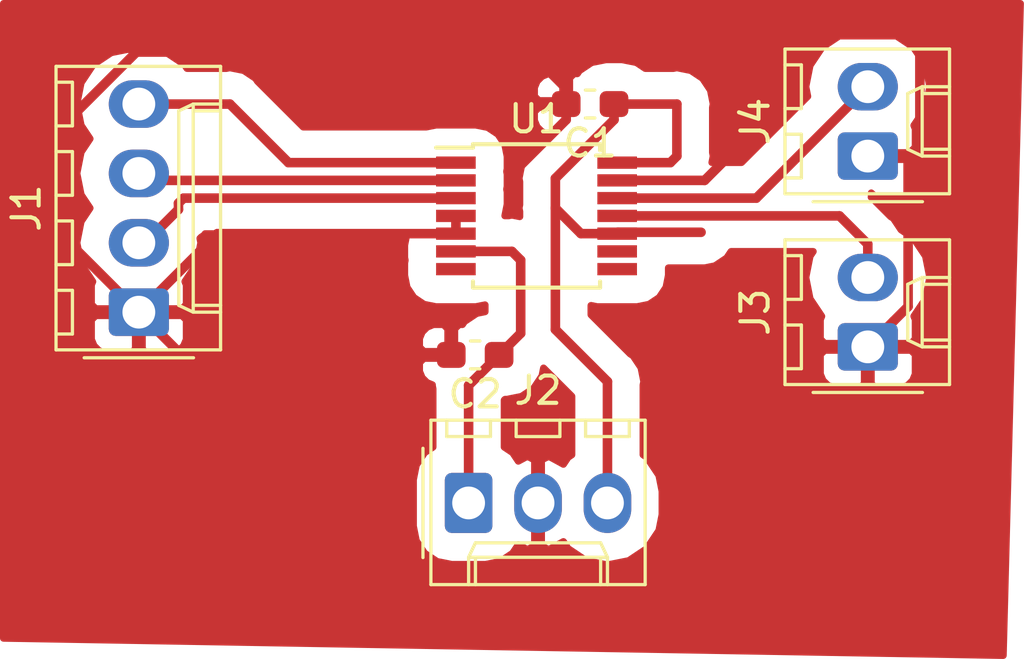
<source format=kicad_pcb>
(kicad_pcb (version 20171130) (host pcbnew "(5.0.1-3-g963ef8bb5)")

  (general
    (thickness 1.6)
    (drawings 0)
    (tracks 68)
    (zones 0)
    (modules 7)
    (nets 9)
  )

  (page A4)
  (layers
    (0 F.Cu signal)
    (31 B.Cu signal)
    (32 B.Adhes user)
    (33 F.Adhes user)
    (34 B.Paste user)
    (35 F.Paste user)
    (36 B.SilkS user)
    (37 F.SilkS user)
    (38 B.Mask user)
    (39 F.Mask user)
    (40 Dwgs.User user)
    (41 Cmts.User user)
    (42 Eco1.User user)
    (43 Eco2.User user)
    (44 Edge.Cuts user)
    (45 Margin user)
    (46 B.CrtYd user)
    (47 F.CrtYd user)
    (48 B.Fab user)
    (49 F.Fab user)
  )

  (setup
    (last_trace_width 0.35)
    (trace_clearance 0.2)
    (zone_clearance 1)
    (zone_45_only no)
    (trace_min 0.2)
    (segment_width 0.2)
    (edge_width 0.15)
    (via_size 0.8)
    (via_drill 0.4)
    (via_min_size 0.4)
    (via_min_drill 0.3)
    (uvia_size 0.3)
    (uvia_drill 0.1)
    (uvias_allowed no)
    (uvia_min_size 0.2)
    (uvia_min_drill 0.1)
    (pcb_text_width 0.3)
    (pcb_text_size 1.5 1.5)
    (mod_edge_width 0.15)
    (mod_text_size 1 1)
    (mod_text_width 0.15)
    (pad_size 1.524 1.524)
    (pad_drill 0.762)
    (pad_to_mask_clearance 0.051)
    (solder_mask_min_width 0.25)
    (aux_axis_origin 0 0)
    (visible_elements FFFFFF7F)
    (pcbplotparams
      (layerselection 0x010fc_ffffffff)
      (usegerberextensions false)
      (usegerberattributes false)
      (usegerberadvancedattributes false)
      (creategerberjobfile false)
      (excludeedgelayer true)
      (linewidth 0.100000)
      (plotframeref false)
      (viasonmask false)
      (mode 1)
      (useauxorigin false)
      (hpglpennumber 1)
      (hpglpenspeed 20)
      (hpglpendiameter 15.000000)
      (psnegative false)
      (psa4output false)
      (plotreference true)
      (plotvalue true)
      (plotinvisibletext false)
      (padsonsilk false)
      (subtractmaskfromsilk false)
      (outputformat 4)
      (mirror false)
      (drillshape 1)
      (scaleselection 1)
      (outputdirectory ""))
  )

  (net 0 "")
  (net 1 +5V)
  (net 2 GND)
  (net 3 -5V)
  (net 4 /CS)
  (net 5 /MOSI)
  (net 6 /SCK)
  (net 7 "Net-(J3-Pad2)")
  (net 8 "Net-(J4-Pad2)")

  (net_class Default "This is the default net class."
    (clearance 0.2)
    (trace_width 0.35)
    (via_dia 0.8)
    (via_drill 0.4)
    (uvia_dia 0.3)
    (uvia_drill 0.1)
    (add_net +5V)
    (add_net -5V)
    (add_net /CS)
    (add_net /MOSI)
    (add_net /SCK)
    (add_net GND)
    (add_net "Net-(J3-Pad2)")
    (add_net "Net-(J4-Pad2)")
  )

  (module Capacitor_SMD:C_0603_1608Metric_Pad1.05x0.95mm_HandSolder (layer F.Cu) (tedit 5B301BBE) (tstamp 5C819061)
    (at 175.26 68.58 180)
    (descr "Capacitor SMD 0603 (1608 Metric), square (rectangular) end terminal, IPC_7351 nominal with elongated pad for handsoldering. (Body size source: http://www.tortai-tech.com/upload/download/2011102023233369053.pdf), generated with kicad-footprint-generator")
    (tags "capacitor handsolder")
    (path /5C75382E)
    (attr smd)
    (fp_text reference C1 (at 0 -1.43 180) (layer F.SilkS)
      (effects (font (size 1 1) (thickness 0.15)))
    )
    (fp_text value C (at 0 1.43 180) (layer F.Fab)
      (effects (font (size 1 1) (thickness 0.15)))
    )
    (fp_line (start -0.8 0.4) (end -0.8 -0.4) (layer F.Fab) (width 0.1))
    (fp_line (start -0.8 -0.4) (end 0.8 -0.4) (layer F.Fab) (width 0.1))
    (fp_line (start 0.8 -0.4) (end 0.8 0.4) (layer F.Fab) (width 0.1))
    (fp_line (start 0.8 0.4) (end -0.8 0.4) (layer F.Fab) (width 0.1))
    (fp_line (start -0.171267 -0.51) (end 0.171267 -0.51) (layer F.SilkS) (width 0.12))
    (fp_line (start -0.171267 0.51) (end 0.171267 0.51) (layer F.SilkS) (width 0.12))
    (fp_line (start -1.65 0.73) (end -1.65 -0.73) (layer F.CrtYd) (width 0.05))
    (fp_line (start -1.65 -0.73) (end 1.65 -0.73) (layer F.CrtYd) (width 0.05))
    (fp_line (start 1.65 -0.73) (end 1.65 0.73) (layer F.CrtYd) (width 0.05))
    (fp_line (start 1.65 0.73) (end -1.65 0.73) (layer F.CrtYd) (width 0.05))
    (fp_text user %R (at 0 0 180) (layer F.Fab)
      (effects (font (size 0.4 0.4) (thickness 0.06)))
    )
    (pad 1 smd roundrect (at -0.875 0 180) (size 1.05 0.95) (layers F.Cu F.Paste F.Mask) (roundrect_rratio 0.25)
      (net 1 +5V))
    (pad 2 smd roundrect (at 0.875 0 180) (size 1.05 0.95) (layers F.Cu F.Paste F.Mask) (roundrect_rratio 0.25)
      (net 2 GND))
    (model ${KISYS3DMOD}/Capacitor_SMD.3dshapes/C_0603_1608Metric.wrl
      (at (xyz 0 0 0))
      (scale (xyz 1 1 1))
      (rotate (xyz 0 0 0))
    )
  )

  (module Capacitor_SMD:C_0603_1608Metric_Pad1.05x0.95mm_HandSolder (layer F.Cu) (tedit 5B301BBE) (tstamp 5C819072)
    (at 171.055 77.765001 180)
    (descr "Capacitor SMD 0603 (1608 Metric), square (rectangular) end terminal, IPC_7351 nominal with elongated pad for handsoldering. (Body size source: http://www.tortai-tech.com/upload/download/2011102023233369053.pdf), generated with kicad-footprint-generator")
    (tags "capacitor handsolder")
    (path /5C7539B2)
    (attr smd)
    (fp_text reference C2 (at 0 -1.43 180) (layer F.SilkS)
      (effects (font (size 1 1) (thickness 0.15)))
    )
    (fp_text value C (at 0 1.43 180) (layer F.Fab)
      (effects (font (size 1 1) (thickness 0.15)))
    )
    (fp_text user %R (at 0 0 270) (layer F.Fab)
      (effects (font (size 0.4 0.4) (thickness 0.06)))
    )
    (fp_line (start 1.65 0.73) (end -1.65 0.73) (layer F.CrtYd) (width 0.05))
    (fp_line (start 1.65 -0.73) (end 1.65 0.73) (layer F.CrtYd) (width 0.05))
    (fp_line (start -1.65 -0.73) (end 1.65 -0.73) (layer F.CrtYd) (width 0.05))
    (fp_line (start -1.65 0.73) (end -1.65 -0.73) (layer F.CrtYd) (width 0.05))
    (fp_line (start -0.171267 0.51) (end 0.171267 0.51) (layer F.SilkS) (width 0.12))
    (fp_line (start -0.171267 -0.51) (end 0.171267 -0.51) (layer F.SilkS) (width 0.12))
    (fp_line (start 0.8 0.4) (end -0.8 0.4) (layer F.Fab) (width 0.1))
    (fp_line (start 0.8 -0.4) (end 0.8 0.4) (layer F.Fab) (width 0.1))
    (fp_line (start -0.8 -0.4) (end 0.8 -0.4) (layer F.Fab) (width 0.1))
    (fp_line (start -0.8 0.4) (end -0.8 -0.4) (layer F.Fab) (width 0.1))
    (pad 2 smd roundrect (at 0.875 0 180) (size 1.05 0.95) (layers F.Cu F.Paste F.Mask) (roundrect_rratio 0.25)
      (net 2 GND))
    (pad 1 smd roundrect (at -0.875 0 180) (size 1.05 0.95) (layers F.Cu F.Paste F.Mask) (roundrect_rratio 0.25)
      (net 3 -5V))
    (model ${KISYS3DMOD}/Capacitor_SMD.3dshapes/C_0603_1608Metric.wrl
      (at (xyz 0 0 0))
      (scale (xyz 1 1 1))
      (rotate (xyz 0 0 0))
    )
  )

  (module synkie_footprints:Molex_KK-254_AE-6410-04A_1x04_P2.54mm_Vertical (layer F.Cu) (tedit 5B78013E) (tstamp 5C81909E)
    (at 158.75 76.2 90)
    (descr "Molex KK-254 Interconnect System, old/engineering part number: AE-6410-04A example for new part number: 22-27-2041, 4 Pins (http://www.molex.com/pdm_docs/sd/022272021_sd.pdf), generated with kicad-footprint-generator")
    (tags "connector Molex KK-254 side entry")
    (path /5C7545A2)
    (fp_text reference J1 (at 3.81 -4.12 90) (layer F.SilkS)
      (effects (font (size 1 1) (thickness 0.15)))
    )
    (fp_text value Conn_01x04 (at 3.81 4.08 90) (layer F.Fab)
      (effects (font (size 1 1) (thickness 0.15)))
    )
    (fp_line (start -1.27 -2.92) (end -1.27 2.88) (layer F.Fab) (width 0.1))
    (fp_line (start -1.27 2.88) (end 8.89 2.88) (layer F.Fab) (width 0.1))
    (fp_line (start 8.89 2.88) (end 8.89 -2.92) (layer F.Fab) (width 0.1))
    (fp_line (start 8.89 -2.92) (end -1.27 -2.92) (layer F.Fab) (width 0.1))
    (fp_line (start -1.38 -3.03) (end -1.38 2.99) (layer F.SilkS) (width 0.12))
    (fp_line (start -1.38 2.99) (end 9 2.99) (layer F.SilkS) (width 0.12))
    (fp_line (start 9 2.99) (end 9 -3.03) (layer F.SilkS) (width 0.12))
    (fp_line (start 9 -3.03) (end -1.38 -3.03) (layer F.SilkS) (width 0.12))
    (fp_line (start -1.67 -2) (end -1.67 2) (layer F.SilkS) (width 0.12))
    (fp_line (start -1.27 -0.5) (end -0.562893 0) (layer F.Fab) (width 0.1))
    (fp_line (start -0.562893 0) (end -1.27 0.5) (layer F.Fab) (width 0.1))
    (fp_line (start 0 2.99) (end 0 1.99) (layer F.SilkS) (width 0.12))
    (fp_line (start 0 1.99) (end 7.62 1.99) (layer F.SilkS) (width 0.12))
    (fp_line (start 7.62 1.99) (end 7.62 2.99) (layer F.SilkS) (width 0.12))
    (fp_line (start 0 1.99) (end 0.25 1.46) (layer F.SilkS) (width 0.12))
    (fp_line (start 0.25 1.46) (end 7.37 1.46) (layer F.SilkS) (width 0.12))
    (fp_line (start 7.37 1.46) (end 7.62 1.99) (layer F.SilkS) (width 0.12))
    (fp_line (start 0.25 2.99) (end 0.25 1.99) (layer F.SilkS) (width 0.12))
    (fp_line (start 7.37 2.99) (end 7.37 1.99) (layer F.SilkS) (width 0.12))
    (fp_line (start -0.8 -3.03) (end -0.8 -2.43) (layer F.SilkS) (width 0.12))
    (fp_line (start -0.8 -2.43) (end 0.8 -2.43) (layer F.SilkS) (width 0.12))
    (fp_line (start 0.8 -2.43) (end 0.8 -3.03) (layer F.SilkS) (width 0.12))
    (fp_line (start 1.74 -3.03) (end 1.74 -2.43) (layer F.SilkS) (width 0.12))
    (fp_line (start 1.74 -2.43) (end 3.34 -2.43) (layer F.SilkS) (width 0.12))
    (fp_line (start 3.34 -2.43) (end 3.34 -3.03) (layer F.SilkS) (width 0.12))
    (fp_line (start 4.28 -3.03) (end 4.28 -2.43) (layer F.SilkS) (width 0.12))
    (fp_line (start 4.28 -2.43) (end 5.88 -2.43) (layer F.SilkS) (width 0.12))
    (fp_line (start 5.88 -2.43) (end 5.88 -3.03) (layer F.SilkS) (width 0.12))
    (fp_line (start 6.82 -3.03) (end 6.82 -2.43) (layer F.SilkS) (width 0.12))
    (fp_line (start 6.82 -2.43) (end 8.42 -2.43) (layer F.SilkS) (width 0.12))
    (fp_line (start 8.42 -2.43) (end 8.42 -3.03) (layer F.SilkS) (width 0.12))
    (fp_line (start -1.77 -3.42) (end -1.77 3.38) (layer F.CrtYd) (width 0.05))
    (fp_line (start -1.77 3.38) (end 9.39 3.38) (layer F.CrtYd) (width 0.05))
    (fp_line (start 9.39 3.38) (end 9.39 -3.42) (layer F.CrtYd) (width 0.05))
    (fp_line (start 9.39 -3.42) (end -1.77 -3.42) (layer F.CrtYd) (width 0.05))
    (fp_text user %R (at 3.81 -2.22 90) (layer F.Fab)
      (effects (font (size 1 1) (thickness 0.15)))
    )
    (pad 1 thru_hole roundrect (at 0 0 90) (size 1.74 2.2) (drill 1.2) (layers *.Cu *.Mask) (roundrect_rratio 0.143678)
      (net 2 GND))
    (pad 2 thru_hole oval (at 2.54 0 90) (size 1.74 2.2) (drill 1.2) (layers *.Cu *.Mask)
      (net 4 /CS))
    (pad 3 thru_hole oval (at 5.08 0 90) (size 1.74 2.2) (drill 1.2) (layers *.Cu *.Mask)
      (net 5 /MOSI))
    (pad 4 thru_hole oval (at 7.62 0 90) (size 1.74 2.2) (drill 1.2) (layers *.Cu *.Mask)
      (net 6 /SCK))
    (model ${KISYS3DMOD}/Connector_Molex.3dshapes/Molex_KK-254_AE-6410-04A_1x04_P2.54mm_Vertical.wrl
      (at (xyz 0 0 0))
      (scale (xyz 1 1 1))
      (rotate (xyz 0 0 0))
    )
  )

  (module synkie_footprints:Molex_KK-254_AE-6410-03A_1x03_P2.54mm_Vertical (layer F.Cu) (tedit 5B78013E) (tstamp 5C8190C6)
    (at 170.815 83.185)
    (descr "Molex KK-254 Interconnect System, old/engineering part number: AE-6410-03A example for new part number: 22-27-2031, 3 Pins (http://www.molex.com/pdm_docs/sd/022272021_sd.pdf), generated with kicad-footprint-generator")
    (tags "connector Molex KK-254 side entry")
    (path /5C750C76)
    (fp_text reference J2 (at 2.54 -4.12) (layer F.SilkS)
      (effects (font (size 1 1) (thickness 0.15)))
    )
    (fp_text value Conn_01x03 (at 2.54 4.08) (layer F.Fab)
      (effects (font (size 1 1) (thickness 0.15)))
    )
    (fp_line (start -1.27 -2.92) (end -1.27 2.88) (layer F.Fab) (width 0.1))
    (fp_line (start -1.27 2.88) (end 6.35 2.88) (layer F.Fab) (width 0.1))
    (fp_line (start 6.35 2.88) (end 6.35 -2.92) (layer F.Fab) (width 0.1))
    (fp_line (start 6.35 -2.92) (end -1.27 -2.92) (layer F.Fab) (width 0.1))
    (fp_line (start -1.38 -3.03) (end -1.38 2.99) (layer F.SilkS) (width 0.12))
    (fp_line (start -1.38 2.99) (end 6.46 2.99) (layer F.SilkS) (width 0.12))
    (fp_line (start 6.46 2.99) (end 6.46 -3.03) (layer F.SilkS) (width 0.12))
    (fp_line (start 6.46 -3.03) (end -1.38 -3.03) (layer F.SilkS) (width 0.12))
    (fp_line (start -1.67 -2) (end -1.67 2) (layer F.SilkS) (width 0.12))
    (fp_line (start -1.27 -0.5) (end -0.562893 0) (layer F.Fab) (width 0.1))
    (fp_line (start -0.562893 0) (end -1.27 0.5) (layer F.Fab) (width 0.1))
    (fp_line (start 0 2.99) (end 0 1.99) (layer F.SilkS) (width 0.12))
    (fp_line (start 0 1.99) (end 5.08 1.99) (layer F.SilkS) (width 0.12))
    (fp_line (start 5.08 1.99) (end 5.08 2.99) (layer F.SilkS) (width 0.12))
    (fp_line (start 0 1.99) (end 0.25 1.46) (layer F.SilkS) (width 0.12))
    (fp_line (start 0.25 1.46) (end 4.83 1.46) (layer F.SilkS) (width 0.12))
    (fp_line (start 4.83 1.46) (end 5.08 1.99) (layer F.SilkS) (width 0.12))
    (fp_line (start 0.25 2.99) (end 0.25 1.99) (layer F.SilkS) (width 0.12))
    (fp_line (start 4.83 2.99) (end 4.83 1.99) (layer F.SilkS) (width 0.12))
    (fp_line (start -0.8 -3.03) (end -0.8 -2.43) (layer F.SilkS) (width 0.12))
    (fp_line (start -0.8 -2.43) (end 0.8 -2.43) (layer F.SilkS) (width 0.12))
    (fp_line (start 0.8 -2.43) (end 0.8 -3.03) (layer F.SilkS) (width 0.12))
    (fp_line (start 1.74 -3.03) (end 1.74 -2.43) (layer F.SilkS) (width 0.12))
    (fp_line (start 1.74 -2.43) (end 3.34 -2.43) (layer F.SilkS) (width 0.12))
    (fp_line (start 3.34 -2.43) (end 3.34 -3.03) (layer F.SilkS) (width 0.12))
    (fp_line (start 4.28 -3.03) (end 4.28 -2.43) (layer F.SilkS) (width 0.12))
    (fp_line (start 4.28 -2.43) (end 5.88 -2.43) (layer F.SilkS) (width 0.12))
    (fp_line (start 5.88 -2.43) (end 5.88 -3.03) (layer F.SilkS) (width 0.12))
    (fp_line (start -1.77 -3.42) (end -1.77 3.38) (layer F.CrtYd) (width 0.05))
    (fp_line (start -1.77 3.38) (end 6.85 3.38) (layer F.CrtYd) (width 0.05))
    (fp_line (start 6.85 3.38) (end 6.85 -3.42) (layer F.CrtYd) (width 0.05))
    (fp_line (start 6.85 -3.42) (end -1.77 -3.42) (layer F.CrtYd) (width 0.05))
    (fp_text user %R (at 2.54 -2.22) (layer F.Fab)
      (effects (font (size 1 1) (thickness 0.15)))
    )
    (pad 1 thru_hole roundrect (at 0 0) (size 1.74 2.2) (drill 1.2) (layers *.Cu *.Mask) (roundrect_rratio 0.143678)
      (net 3 -5V))
    (pad 2 thru_hole oval (at 2.54 0) (size 1.74 2.2) (drill 1.2) (layers *.Cu *.Mask)
      (net 2 GND))
    (pad 3 thru_hole oval (at 5.08 0) (size 1.74 2.2) (drill 1.2) (layers *.Cu *.Mask)
      (net 1 +5V))
    (model ${KISYS3DMOD}/Connector_Molex.3dshapes/Molex_KK-254_AE-6410-03A_1x03_P2.54mm_Vertical.wrl
      (at (xyz 0 0 0))
      (scale (xyz 1 1 1))
      (rotate (xyz 0 0 0))
    )
  )

  (module synkie_footprints:Molex_KK-254_AE-6410-02A_1x02_P2.54mm_Vertical (layer F.Cu) (tedit 5B78013E) (tstamp 5C8190EA)
    (at 185.42 77.47 90)
    (descr "Molex KK-254 Interconnect System, old/engineering part number: AE-6410-02A example for new part number: 22-27-2021, 2 Pins (http://www.molex.com/pdm_docs/sd/022272021_sd.pdf), generated with kicad-footprint-generator")
    (tags "connector Molex KK-254 side entry")
    (path /5C750F89)
    (fp_text reference J3 (at 1.27 -4.12 90) (layer F.SilkS)
      (effects (font (size 1 1) (thickness 0.15)))
    )
    (fp_text value in (at 1.27 4.08 90) (layer F.Fab)
      (effects (font (size 1 1) (thickness 0.15)))
    )
    (fp_line (start -1.27 -2.92) (end -1.27 2.88) (layer F.Fab) (width 0.1))
    (fp_line (start -1.27 2.88) (end 3.81 2.88) (layer F.Fab) (width 0.1))
    (fp_line (start 3.81 2.88) (end 3.81 -2.92) (layer F.Fab) (width 0.1))
    (fp_line (start 3.81 -2.92) (end -1.27 -2.92) (layer F.Fab) (width 0.1))
    (fp_line (start -1.38 -3.03) (end -1.38 2.99) (layer F.SilkS) (width 0.12))
    (fp_line (start -1.38 2.99) (end 3.92 2.99) (layer F.SilkS) (width 0.12))
    (fp_line (start 3.92 2.99) (end 3.92 -3.03) (layer F.SilkS) (width 0.12))
    (fp_line (start 3.92 -3.03) (end -1.38 -3.03) (layer F.SilkS) (width 0.12))
    (fp_line (start -1.67 -2) (end -1.67 2) (layer F.SilkS) (width 0.12))
    (fp_line (start -1.27 -0.5) (end -0.562893 0) (layer F.Fab) (width 0.1))
    (fp_line (start -0.562893 0) (end -1.27 0.5) (layer F.Fab) (width 0.1))
    (fp_line (start 0 2.99) (end 0 1.99) (layer F.SilkS) (width 0.12))
    (fp_line (start 0 1.99) (end 2.54 1.99) (layer F.SilkS) (width 0.12))
    (fp_line (start 2.54 1.99) (end 2.54 2.99) (layer F.SilkS) (width 0.12))
    (fp_line (start 0 1.99) (end 0.25 1.46) (layer F.SilkS) (width 0.12))
    (fp_line (start 0.25 1.46) (end 2.29 1.46) (layer F.SilkS) (width 0.12))
    (fp_line (start 2.29 1.46) (end 2.54 1.99) (layer F.SilkS) (width 0.12))
    (fp_line (start 0.25 2.99) (end 0.25 1.99) (layer F.SilkS) (width 0.12))
    (fp_line (start 2.29 2.99) (end 2.29 1.99) (layer F.SilkS) (width 0.12))
    (fp_line (start -0.8 -3.03) (end -0.8 -2.43) (layer F.SilkS) (width 0.12))
    (fp_line (start -0.8 -2.43) (end 0.8 -2.43) (layer F.SilkS) (width 0.12))
    (fp_line (start 0.8 -2.43) (end 0.8 -3.03) (layer F.SilkS) (width 0.12))
    (fp_line (start 1.74 -3.03) (end 1.74 -2.43) (layer F.SilkS) (width 0.12))
    (fp_line (start 1.74 -2.43) (end 3.34 -2.43) (layer F.SilkS) (width 0.12))
    (fp_line (start 3.34 -2.43) (end 3.34 -3.03) (layer F.SilkS) (width 0.12))
    (fp_line (start -1.77 -3.42) (end -1.77 3.38) (layer F.CrtYd) (width 0.05))
    (fp_line (start -1.77 3.38) (end 4.31 3.38) (layer F.CrtYd) (width 0.05))
    (fp_line (start 4.31 3.38) (end 4.31 -3.42) (layer F.CrtYd) (width 0.05))
    (fp_line (start 4.31 -3.42) (end -1.77 -3.42) (layer F.CrtYd) (width 0.05))
    (fp_text user %R (at 1.27 -2.22 90) (layer F.Fab)
      (effects (font (size 1 1) (thickness 0.15)))
    )
    (pad 1 thru_hole roundrect (at 0 0 90) (size 1.74 2.2) (drill 1.2) (layers *.Cu *.Mask) (roundrect_rratio 0.143678)
      (net 2 GND))
    (pad 2 thru_hole oval (at 2.54 0 90) (size 1.74 2.2) (drill 1.2) (layers *.Cu *.Mask)
      (net 7 "Net-(J3-Pad2)"))
    (model ${KISYS3DMOD}/Connector_Molex.3dshapes/Molex_KK-254_AE-6410-02A_1x02_P2.54mm_Vertical.wrl
      (at (xyz 0 0 0))
      (scale (xyz 1 1 1))
      (rotate (xyz 0 0 0))
    )
  )

  (module synkie_footprints:Molex_KK-254_AE-6410-02A_1x02_P2.54mm_Vertical (layer F.Cu) (tedit 5B78013E) (tstamp 5C81910E)
    (at 185.42 70.485 90)
    (descr "Molex KK-254 Interconnect System, old/engineering part number: AE-6410-02A example for new part number: 22-27-2021, 2 Pins (http://www.molex.com/pdm_docs/sd/022272021_sd.pdf), generated with kicad-footprint-generator")
    (tags "connector Molex KK-254 side entry")
    (path /5C75108C)
    (fp_text reference J4 (at 1.27 -4.12 90) (layer F.SilkS)
      (effects (font (size 1 1) (thickness 0.15)))
    )
    (fp_text value out (at 1.27 4.08 90) (layer F.Fab)
      (effects (font (size 1 1) (thickness 0.15)))
    )
    (fp_text user %R (at 1.27 -2.22 90) (layer F.Fab)
      (effects (font (size 1 1) (thickness 0.15)))
    )
    (fp_line (start 4.31 -3.42) (end -1.77 -3.42) (layer F.CrtYd) (width 0.05))
    (fp_line (start 4.31 3.38) (end 4.31 -3.42) (layer F.CrtYd) (width 0.05))
    (fp_line (start -1.77 3.38) (end 4.31 3.38) (layer F.CrtYd) (width 0.05))
    (fp_line (start -1.77 -3.42) (end -1.77 3.38) (layer F.CrtYd) (width 0.05))
    (fp_line (start 3.34 -2.43) (end 3.34 -3.03) (layer F.SilkS) (width 0.12))
    (fp_line (start 1.74 -2.43) (end 3.34 -2.43) (layer F.SilkS) (width 0.12))
    (fp_line (start 1.74 -3.03) (end 1.74 -2.43) (layer F.SilkS) (width 0.12))
    (fp_line (start 0.8 -2.43) (end 0.8 -3.03) (layer F.SilkS) (width 0.12))
    (fp_line (start -0.8 -2.43) (end 0.8 -2.43) (layer F.SilkS) (width 0.12))
    (fp_line (start -0.8 -3.03) (end -0.8 -2.43) (layer F.SilkS) (width 0.12))
    (fp_line (start 2.29 2.99) (end 2.29 1.99) (layer F.SilkS) (width 0.12))
    (fp_line (start 0.25 2.99) (end 0.25 1.99) (layer F.SilkS) (width 0.12))
    (fp_line (start 2.29 1.46) (end 2.54 1.99) (layer F.SilkS) (width 0.12))
    (fp_line (start 0.25 1.46) (end 2.29 1.46) (layer F.SilkS) (width 0.12))
    (fp_line (start 0 1.99) (end 0.25 1.46) (layer F.SilkS) (width 0.12))
    (fp_line (start 2.54 1.99) (end 2.54 2.99) (layer F.SilkS) (width 0.12))
    (fp_line (start 0 1.99) (end 2.54 1.99) (layer F.SilkS) (width 0.12))
    (fp_line (start 0 2.99) (end 0 1.99) (layer F.SilkS) (width 0.12))
    (fp_line (start -0.562893 0) (end -1.27 0.5) (layer F.Fab) (width 0.1))
    (fp_line (start -1.27 -0.5) (end -0.562893 0) (layer F.Fab) (width 0.1))
    (fp_line (start -1.67 -2) (end -1.67 2) (layer F.SilkS) (width 0.12))
    (fp_line (start 3.92 -3.03) (end -1.38 -3.03) (layer F.SilkS) (width 0.12))
    (fp_line (start 3.92 2.99) (end 3.92 -3.03) (layer F.SilkS) (width 0.12))
    (fp_line (start -1.38 2.99) (end 3.92 2.99) (layer F.SilkS) (width 0.12))
    (fp_line (start -1.38 -3.03) (end -1.38 2.99) (layer F.SilkS) (width 0.12))
    (fp_line (start 3.81 -2.92) (end -1.27 -2.92) (layer F.Fab) (width 0.1))
    (fp_line (start 3.81 2.88) (end 3.81 -2.92) (layer F.Fab) (width 0.1))
    (fp_line (start -1.27 2.88) (end 3.81 2.88) (layer F.Fab) (width 0.1))
    (fp_line (start -1.27 -2.92) (end -1.27 2.88) (layer F.Fab) (width 0.1))
    (pad 2 thru_hole oval (at 2.54 0 90) (size 1.74 2.2) (drill 1.2) (layers *.Cu *.Mask)
      (net 8 "Net-(J4-Pad2)"))
    (pad 1 thru_hole roundrect (at 0 0 90) (size 1.74 2.2) (drill 1.2) (layers *.Cu *.Mask) (roundrect_rratio 0.143678)
      (net 2 GND))
    (model ${KISYS3DMOD}/Connector_Molex.3dshapes/Molex_KK-254_AE-6410-02A_1x02_P2.54mm_Vertical.wrl
      (at (xyz 0 0 0))
      (scale (xyz 1 1 1))
      (rotate (xyz 0 0 0))
    )
  )

  (module Package_SO:TSSOP-14_4.4x5mm_P0.65mm (layer F.Cu) (tedit 5A02F25C) (tstamp 5C819131)
    (at 173.300001 72.675001)
    (descr "14-Lead Plastic Thin Shrink Small Outline (ST)-4.4 mm Body [TSSOP] (see Microchip Packaging Specification 00000049BS.pdf)")
    (tags "SSOP 0.65")
    (path /5C751049)
    (attr smd)
    (fp_text reference U1 (at 0 -3.55) (layer F.SilkS)
      (effects (font (size 1 1) (thickness 0.15)))
    )
    (fp_text value MAX5439-Potentiometer_Digital (at 0 3.55) (layer F.Fab)
      (effects (font (size 1 1) (thickness 0.15)))
    )
    (fp_line (start -1.2 -2.5) (end 2.2 -2.5) (layer F.Fab) (width 0.15))
    (fp_line (start 2.2 -2.5) (end 2.2 2.5) (layer F.Fab) (width 0.15))
    (fp_line (start 2.2 2.5) (end -2.2 2.5) (layer F.Fab) (width 0.15))
    (fp_line (start -2.2 2.5) (end -2.2 -1.5) (layer F.Fab) (width 0.15))
    (fp_line (start -2.2 -1.5) (end -1.2 -2.5) (layer F.Fab) (width 0.15))
    (fp_line (start -3.95 -2.8) (end -3.95 2.8) (layer F.CrtYd) (width 0.05))
    (fp_line (start 3.95 -2.8) (end 3.95 2.8) (layer F.CrtYd) (width 0.05))
    (fp_line (start -3.95 -2.8) (end 3.95 -2.8) (layer F.CrtYd) (width 0.05))
    (fp_line (start -3.95 2.8) (end 3.95 2.8) (layer F.CrtYd) (width 0.05))
    (fp_line (start -2.325 -2.625) (end -2.325 -2.5) (layer F.SilkS) (width 0.15))
    (fp_line (start 2.325 -2.625) (end 2.325 -2.4) (layer F.SilkS) (width 0.15))
    (fp_line (start 2.325 2.625) (end 2.325 2.4) (layer F.SilkS) (width 0.15))
    (fp_line (start -2.325 2.625) (end -2.325 2.4) (layer F.SilkS) (width 0.15))
    (fp_line (start -2.325 -2.625) (end 2.325 -2.625) (layer F.SilkS) (width 0.15))
    (fp_line (start -2.325 2.625) (end 2.325 2.625) (layer F.SilkS) (width 0.15))
    (fp_line (start -2.325 -2.5) (end -3.675 -2.5) (layer F.SilkS) (width 0.15))
    (fp_text user %R (at 0 0) (layer F.Fab)
      (effects (font (size 0.8 0.8) (thickness 0.15)))
    )
    (pad 1 smd rect (at -2.95 -1.95) (size 1.45 0.45) (layers F.Cu F.Paste F.Mask)
      (net 6 /SCK))
    (pad 2 smd rect (at -2.95 -1.3) (size 1.45 0.45) (layers F.Cu F.Paste F.Mask)
      (net 5 /MOSI))
    (pad 3 smd rect (at -2.95 -0.65) (size 1.45 0.45) (layers F.Cu F.Paste F.Mask)
      (net 4 /CS))
    (pad 4 smd rect (at -2.95 0) (size 1.45 0.45) (layers F.Cu F.Paste F.Mask)
      (net 2 GND))
    (pad 5 smd rect (at -2.95 0.65) (size 1.45 0.45) (layers F.Cu F.Paste F.Mask)
      (net 2 GND))
    (pad 6 smd rect (at -2.95 1.3) (size 1.45 0.45) (layers F.Cu F.Paste F.Mask)
      (net 3 -5V))
    (pad 7 smd rect (at -2.95 1.95) (size 1.45 0.45) (layers F.Cu F.Paste F.Mask))
    (pad 8 smd rect (at 2.95 1.95) (size 1.45 0.45) (layers F.Cu F.Paste F.Mask))
    (pad 9 smd rect (at 2.95 1.3) (size 1.45 0.45) (layers F.Cu F.Paste F.Mask))
    (pad 10 smd rect (at 2.95 0.65) (size 1.45 0.45) (layers F.Cu F.Paste F.Mask)
      (net 1 +5V))
    (pad 11 smd rect (at 2.95 0) (size 1.45 0.45) (layers F.Cu F.Paste F.Mask)
      (net 7 "Net-(J3-Pad2)"))
    (pad 12 smd rect (at 2.95 -0.65) (size 1.45 0.45) (layers F.Cu F.Paste F.Mask)
      (net 8 "Net-(J4-Pad2)"))
    (pad 13 smd rect (at 2.95 -1.3) (size 1.45 0.45) (layers F.Cu F.Paste F.Mask)
      (net 2 GND))
    (pad 14 smd rect (at 2.95 -1.95) (size 1.45 0.45) (layers F.Cu F.Paste F.Mask)
      (net 1 +5V))
    (model ${KISYS3DMOD}/Package_SO.3dshapes/TSSOP-14_4.4x5mm_P0.65mm.wrl
      (at (xyz 0 0 0))
      (scale (xyz 1 1 1))
      (rotate (xyz 0 0 0))
    )
  )

  (segment (start 176.250001 70.725001) (end 178.194999 70.725001) (width 0.35) (layer F.Cu) (net 1))
  (segment (start 178.194999 70.725001) (end 178.435 70.485) (width 0.35) (layer F.Cu) (net 1))
  (segment (start 178.435 70.485) (end 178.435 68.58) (width 0.35) (layer F.Cu) (net 1))
  (segment (start 178.435 68.58) (end 176.135 68.58) (width 0.35) (layer F.Cu) (net 1))
  (segment (start 176.135 69.155) (end 173.99 71.3) (width 0.35) (layer F.Cu) (net 1))
  (segment (start 176.135 68.58) (end 176.135 69.155) (width 0.35) (layer F.Cu) (net 1))
  (segment (start 176.250001 73.304999) (end 176.279998 73.275002) (width 0.35) (layer F.Cu) (net 1))
  (segment (start 176.279998 73.275002) (end 179.320002 73.275002) (width 0.35) (layer F.Cu) (net 1))
  (segment (start 176.250001 73.325001) (end 176.250001 73.304999) (width 0.35) (layer F.Cu) (net 1))
  (segment (start 176.250001 73.325001) (end 174.925001 73.325001) (width 0.35) (layer F.Cu) (net 1))
  (segment (start 173.99 72.39) (end 173.99 71.3) (width 0.35) (layer F.Cu) (net 1))
  (segment (start 174.925001 73.325001) (end 173.99 72.39) (width 0.35) (layer F.Cu) (net 1))
  (segment (start 173.99 76.835) (end 173.99 72.39) (width 0.35) (layer F.Cu) (net 1))
  (segment (start 175.895 78.74) (end 173.99 76.835) (width 0.35) (layer F.Cu) (net 1))
  (segment (start 175.895 83.185) (end 175.895 78.74) (width 0.35) (layer F.Cu) (net 1))
  (segment (start 170.350001 72.675001) (end 170.350001 73.325001) (width 0.35) (layer F.Cu) (net 2))
  (segment (start 161.624999 73.325001) (end 158.75 76.2) (width 0.35) (layer F.Cu) (net 2))
  (segment (start 170.350001 73.325001) (end 161.624999 73.325001) (width 0.35) (layer F.Cu) (net 2))
  (segment (start 186.89501 75.99499) (end 186.359773 76.530227) (width 0.35) (layer F.Cu) (net 2))
  (segment (start 186.359773 76.530227) (end 185.42 77.47) (width 0.35) (layer F.Cu) (net 2))
  (segment (start 185.42 70.485) (end 186.89501 70.485) (width 0.35) (layer F.Cu) (net 2))
  (segment (start 186.89501 70.485) (end 186.89501 75.99499) (width 0.35) (layer F.Cu) (net 2))
  (segment (start 187.325 70.05501) (end 186.89501 70.485) (width 0.35) (layer F.Cu) (net 2))
  (segment (start 187.325 66.04) (end 187.325 70.05501) (width 0.35) (layer F.Cu) (net 2))
  (segment (start 180.34 69.85) (end 184.15 66.04) (width 0.35) (layer F.Cu) (net 2))
  (segment (start 180.34 70.485) (end 180.34 69.85) (width 0.35) (layer F.Cu) (net 2))
  (segment (start 179.449999 71.375001) (end 180.34 70.485) (width 0.35) (layer F.Cu) (net 2))
  (segment (start 184.15 66.04) (end 187.325 66.04) (width 0.35) (layer F.Cu) (net 2))
  (segment (start 176.250001 71.375001) (end 179.449999 71.375001) (width 0.35) (layer F.Cu) (net 2))
  (segment (start 174.385 69.155) (end 172.72 70.82) (width 0.35) (layer F.Cu) (net 2))
  (segment (start 174.385 68.58) (end 174.385 69.155) (width 0.35) (layer F.Cu) (net 2))
  (segment (start 160.315001 77.765001) (end 158.75 76.2) (width 0.35) (layer F.Cu) (net 2))
  (segment (start 173.355 83.185) (end 173.355 86.36) (width 0.35) (layer F.Cu) (net 2))
  (segment (start 173.355 86.36) (end 162.56 86.36) (width 0.35) (layer F.Cu) (net 2))
  (segment (start 162.56 86.36) (end 160.655 84.455) (width 0.35) (layer F.Cu) (net 2))
  (segment (start 160.655 77.765001) (end 160.315001 77.765001) (width 0.35) (layer F.Cu) (net 2))
  (segment (start 160.655 84.455) (end 160.655 77.765001) (width 0.35) (layer F.Cu) (net 2))
  (segment (start 170.18 77.765001) (end 160.655 77.765001) (width 0.35) (layer F.Cu) (net 2))
  (segment (start 174.385 68.005) (end 173.055 66.675) (width 0.35) (layer F.Cu) (net 2))
  (segment (start 174.385 68.58) (end 174.385 68.005) (width 0.35) (layer F.Cu) (net 2))
  (segment (start 158.66429 66.675) (end 156.21 69.12929) (width 0.35) (layer F.Cu) (net 2))
  (segment (start 156.21 73.66) (end 158.75 76.2) (width 0.35) (layer F.Cu) (net 2))
  (segment (start 156.21 69.12929) (end 156.21 73.66) (width 0.35) (layer F.Cu) (net 2))
  (segment (start 184.15 66.04) (end 173.355 66.04) (width 0.35) (layer F.Cu) (net 2))
  (segment (start 172.72 66.675) (end 158.66429 66.675) (width 0.35) (layer F.Cu) (net 2))
  (segment (start 173.355 66.04) (end 172.72 66.675) (width 0.35) (layer F.Cu) (net 2))
  (segment (start 173.055 66.675) (end 172.72 66.675) (width 0.35) (layer F.Cu) (net 2))
  (segment (start 172.72 76.975001) (end 171.93 77.765001) (width 0.35) (layer F.Cu) (net 3))
  (segment (start 172.72 74.295) (end 172.72 76.975001) (width 0.35) (layer F.Cu) (net 3))
  (segment (start 172.400001 73.975001) (end 172.72 74.295) (width 0.35) (layer F.Cu) (net 3))
  (segment (start 170.350001 73.975001) (end 172.400001 73.975001) (width 0.35) (layer F.Cu) (net 3))
  (segment (start 170.815 78.880001) (end 171.93 77.765001) (width 0.35) (layer F.Cu) (net 3))
  (segment (start 170.815 83.185) (end 170.815 78.880001) (width 0.35) (layer F.Cu) (net 3))
  (segment (start 158.98 73.66) (end 158.75 73.66) (width 0.35) (layer F.Cu) (net 4))
  (segment (start 160.2 72.44) (end 158.98 73.66) (width 0.35) (layer F.Cu) (net 4))
  (segment (start 160.384999 72.025001) (end 160.2 72.21) (width 0.35) (layer F.Cu) (net 4))
  (segment (start 160.2 72.21) (end 160.2 72.44) (width 0.35) (layer F.Cu) (net 4))
  (segment (start 170.350001 72.025001) (end 160.384999 72.025001) (width 0.35) (layer F.Cu) (net 4))
  (segment (start 159.005001 71.375001) (end 158.75 71.12) (width 0.35) (layer F.Cu) (net 5))
  (segment (start 170.350001 71.375001) (end 159.005001 71.375001) (width 0.35) (layer F.Cu) (net 5))
  (segment (start 170.350001 70.725001) (end 164.224999 70.725001) (width 0.35) (layer F.Cu) (net 6))
  (segment (start 162.079998 68.58) (end 158.75 68.58) (width 0.35) (layer F.Cu) (net 6))
  (segment (start 164.224999 70.725001) (end 162.079998 68.58) (width 0.35) (layer F.Cu) (net 6))
  (segment (start 185.42 73.71) (end 185.42 74.93) (width 0.35) (layer F.Cu) (net 7))
  (segment (start 184.385001 72.675001) (end 185.42 73.71) (width 0.35) (layer F.Cu) (net 7))
  (segment (start 176.250001 72.675001) (end 184.385001 72.675001) (width 0.35) (layer F.Cu) (net 7))
  (segment (start 176.250001 72.025001) (end 181.339999 72.025001) (width 0.35) (layer F.Cu) (net 8))
  (segment (start 181.339999 72.025001) (end 185.42 67.945) (width 0.35) (layer F.Cu) (net 8))

  (zone (net 2) (net_name GND) (layer F.Cu) (tstamp 5C819B29) (hatch edge 0.508)
    (connect_pads (clearance 1))
    (min_thickness 0.254)
    (fill yes (arc_segments 16) (thermal_gap 0.508) (thermal_bridge_width 0.508))
    (polygon
      (pts
        (xy 153.67 64.77) (xy 191.135 64.77) (xy 190.5 88.9) (xy 153.67 88.265)
      )
    )
    (filled_polygon
      (pts
        (xy 190.376355 88.770849) (xy 153.797 88.140171) (xy 153.797 76.48575) (xy 157.015 76.48575) (xy 157.015 77.196309)
        (xy 157.111673 77.429698) (xy 157.290301 77.608327) (xy 157.52369 77.705) (xy 158.46425 77.705) (xy 158.623 77.54625)
        (xy 158.623 76.327) (xy 158.877 76.327) (xy 158.877 77.54625) (xy 159.03575 77.705) (xy 159.97631 77.705)
        (xy 160.209699 77.608327) (xy 160.388327 77.429698) (xy 160.485 77.196309) (xy 160.485 77.163691) (xy 169.02 77.163691)
        (xy 169.02 77.479251) (xy 169.17875 77.638001) (xy 170.053 77.638001) (xy 170.053 76.813751) (xy 169.89425 76.655001)
        (xy 169.528691 76.655001) (xy 169.295302 76.751674) (xy 169.116673 76.930302) (xy 169.02 77.163691) (xy 160.485 77.163691)
        (xy 160.485 76.48575) (xy 160.32625 76.327) (xy 158.877 76.327) (xy 158.623 76.327) (xy 157.17375 76.327)
        (xy 157.015 76.48575) (xy 153.797 76.48575) (xy 153.797 68.58) (xy 156.483877 68.58) (xy 156.638868 69.359191)
        (xy 156.966817 69.85) (xy 156.638868 70.340809) (xy 156.483877 71.12) (xy 156.638868 71.899191) (xy 156.966817 72.39)
        (xy 156.638868 72.880809) (xy 156.483877 73.66) (xy 156.638868 74.439191) (xy 157.066544 75.079253) (xy 157.015 75.203691)
        (xy 157.015 75.91425) (xy 157.17375 76.073) (xy 158.623 76.073) (xy 158.623 76.053) (xy 158.877 76.053)
        (xy 158.877 76.073) (xy 160.32625 76.073) (xy 160.485 75.91425) (xy 160.485 75.203691) (xy 160.433456 75.079253)
        (xy 160.861132 74.439191) (xy 161.016123 73.66) (xy 160.983801 73.497505) (xy 161.029979 73.451327) (xy 161.138689 73.378689)
        (xy 161.173226 73.327001) (xy 168.560062 73.327001) (xy 168.475922 73.750001) (xy 168.475922 74.200001) (xy 168.495813 74.300001)
        (xy 168.475922 74.400001) (xy 168.475922 74.850001) (xy 168.56339 75.289734) (xy 168.812479 75.662523) (xy 169.185268 75.911612)
        (xy 169.625001 75.99908) (xy 171.075001 75.99908) (xy 171.418001 75.930853) (xy 171.418001 76.185578) (xy 171.111879 76.246469)
        (xy 170.662041 76.547042) (xy 170.589905 76.655001) (xy 170.46575 76.655001) (xy 170.307 76.813751) (xy 170.307 77.270709)
        (xy 170.255921 77.527501) (xy 170.255921 77.597775) (xy 169.985021 77.868675) (xy 169.950111 77.892001) (xy 169.17875 77.892001)
        (xy 169.02 78.050751) (xy 169.02 78.366311) (xy 169.116673 78.5997) (xy 169.295302 78.778328) (xy 169.491549 78.859616)
        (xy 169.487494 78.880001) (xy 169.513001 79.008234) (xy 169.513 81.14037) (xy 169.205701 81.345701) (xy 168.902419 81.799595)
        (xy 168.795921 82.334999) (xy 168.795921 84.035001) (xy 168.902419 84.570405) (xy 169.205701 85.024299) (xy 169.659595 85.327581)
        (xy 170.194999 85.434079) (xy 171.435001 85.434079) (xy 171.970405 85.327581) (xy 172.424299 85.024299) (xy 172.633312 84.711489)
        (xy 172.9025 84.858584) (xy 172.994969 84.876302) (xy 173.228 84.755246) (xy 173.228 83.312) (xy 173.208 83.312)
        (xy 173.208 83.058) (xy 173.228 83.058) (xy 173.228 81.614754) (xy 172.994969 81.493698) (xy 172.9025 81.511416)
        (xy 172.633312 81.658511) (xy 172.424299 81.345701) (xy 172.117 81.140371) (xy 172.117 79.419306) (xy 172.147226 79.38908)
        (xy 172.2175 79.38908) (xy 172.748121 79.283533) (xy 173.197959 78.98296) (xy 173.498532 78.533122) (xy 173.556316 78.242621)
        (xy 174.593001 79.279307) (xy 174.593 81.423198) (xy 174.455244 81.515244) (xy 174.28387 81.771724) (xy 173.8075 81.511416)
        (xy 173.715031 81.493698) (xy 173.482 81.614754) (xy 173.482 83.058) (xy 173.502 83.058) (xy 173.502 83.312)
        (xy 173.482 83.312) (xy 173.482 84.755246) (xy 173.715031 84.876302) (xy 173.8075 84.858584) (xy 174.28387 84.598277)
        (xy 174.455244 84.854756) (xy 175.11581 85.296132) (xy 175.895 85.451123) (xy 176.674191 85.296132) (xy 177.334756 84.854756)
        (xy 177.776132 84.194191) (xy 177.892 83.611683) (xy 177.892 82.758316) (xy 177.776132 82.175809) (xy 177.334756 81.515244)
        (xy 177.197 81.423198) (xy 177.197 78.868229) (xy 177.222506 78.74) (xy 177.197 78.611771) (xy 177.197 78.611767)
        (xy 177.121457 78.231985) (xy 177.121457 78.231984) (xy 176.906327 77.910021) (xy 176.833689 77.801311) (xy 176.765503 77.75575)
        (xy 183.685 77.75575) (xy 183.685 78.466309) (xy 183.781673 78.699698) (xy 183.960301 78.878327) (xy 184.19369 78.975)
        (xy 185.13425 78.975) (xy 185.293 78.81625) (xy 185.293 77.597) (xy 185.547 77.597) (xy 185.547 78.81625)
        (xy 185.70575 78.975) (xy 186.64631 78.975) (xy 186.879699 78.878327) (xy 187.058327 78.699698) (xy 187.155 78.466309)
        (xy 187.155 77.75575) (xy 186.99625 77.597) (xy 185.547 77.597) (xy 185.293 77.597) (xy 183.84375 77.597)
        (xy 183.685 77.75575) (xy 176.765503 77.75575) (xy 176.724979 77.728673) (xy 175.292 76.295695) (xy 175.292 75.952733)
        (xy 175.525001 75.99908) (xy 176.975001 75.99908) (xy 177.414734 75.911612) (xy 177.787523 75.662523) (xy 178.036612 75.289734)
        (xy 178.12408 74.850001) (xy 178.12408 74.577002) (xy 179.448235 74.577002) (xy 179.828017 74.501459) (xy 180.258691 74.213691)
        (xy 180.416843 73.977001) (xy 183.425003 73.977001) (xy 183.308868 74.150809) (xy 183.153877 74.93) (xy 183.308868 75.709191)
        (xy 183.736544 76.349253) (xy 183.685 76.473691) (xy 183.685 77.18425) (xy 183.84375 77.343) (xy 185.293 77.343)
        (xy 185.293 77.323) (xy 185.547 77.323) (xy 185.547 77.343) (xy 186.99625 77.343) (xy 187.155 77.18425)
        (xy 187.155 76.473691) (xy 187.103456 76.349253) (xy 187.531132 75.709191) (xy 187.686123 74.93) (xy 187.531132 74.150809)
        (xy 187.089756 73.490244) (xy 186.636867 73.187633) (xy 186.469719 72.937479) (xy 186.431327 72.880021) (xy 186.358689 72.771311)
        (xy 186.249979 72.698673) (xy 185.541305 71.99) (xy 185.547002 71.99) (xy 185.547002 71.831252) (xy 185.70575 71.99)
        (xy 186.64631 71.99) (xy 186.879699 71.893327) (xy 187.058327 71.714698) (xy 187.155 71.481309) (xy 187.155 70.77075)
        (xy 186.99625 70.612) (xy 185.547 70.612) (xy 185.547 70.632) (xy 185.293 70.632) (xy 185.293 70.612)
        (xy 185.273 70.612) (xy 185.273 70.358) (xy 185.293 70.358) (xy 185.293 70.338) (xy 185.547 70.338)
        (xy 185.547 70.358) (xy 186.99625 70.358) (xy 187.155 70.19925) (xy 187.155 69.488691) (xy 187.103456 69.364253)
        (xy 187.531132 68.724191) (xy 187.686123 67.945) (xy 187.531132 67.165809) (xy 187.089756 66.505244) (xy 186.429191 66.063868)
        (xy 185.846684 65.948) (xy 184.993316 65.948) (xy 184.410809 66.063868) (xy 183.750244 66.505244) (xy 183.308868 67.165809)
        (xy 183.153877 67.945) (xy 183.224359 68.299335) (xy 180.800694 70.723001) (xy 179.715166 70.723001) (xy 179.737 70.613233)
        (xy 179.737 70.613229) (xy 179.762506 70.485) (xy 179.737 70.356771) (xy 179.737 68.708233) (xy 179.762507 68.58)
        (xy 179.661457 68.071985) (xy 179.373689 67.641311) (xy 178.943015 67.353543) (xy 178.563233 67.278) (xy 178.435 67.252493)
        (xy 178.306767 67.278) (xy 177.277183 67.278) (xy 176.953121 67.061468) (xy 176.4225 66.955921) (xy 175.8475 66.955921)
        (xy 175.316879 67.061468) (xy 174.867041 67.362041) (xy 174.794905 67.47) (xy 174.67075 67.47) (xy 174.512 67.62875)
        (xy 174.512 68.085708) (xy 174.460921 68.3425) (xy 174.460921 68.727) (xy 174.258 68.727) (xy 174.258 68.707)
        (xy 173.38375 68.707) (xy 173.225 68.86575) (xy 173.225 69.18131) (xy 173.321673 69.414699) (xy 173.500302 69.593327)
        (xy 173.733691 69.69) (xy 173.758695 69.69) (xy 173.160021 70.288673) (xy 173.051312 70.361311) (xy 172.763543 70.791985)
        (xy 172.688 71.171767) (xy 172.688 71.171772) (xy 172.662494 71.3) (xy 172.688 71.428228) (xy 172.688 72.261772)
        (xy 172.662494 72.39) (xy 172.688 72.518228) (xy 172.688 72.518232) (xy 172.688001 72.518237) (xy 172.688001 72.70478)
        (xy 172.528234 72.673001) (xy 172.528229 72.673001) (xy 172.400001 72.647495) (xy 172.271773 72.673001) (xy 172.13994 72.673001)
        (xy 172.22408 72.250001) (xy 172.22408 71.800001) (xy 172.204189 71.700001) (xy 172.22408 71.600001) (xy 172.22408 71.150001)
        (xy 172.204189 71.050001) (xy 172.22408 70.950001) (xy 172.22408 70.500001) (xy 172.136612 70.060268) (xy 171.887523 69.687479)
        (xy 171.514734 69.43839) (xy 171.075001 69.350922) (xy 169.625001 69.350922) (xy 169.262634 69.423001) (xy 164.764305 69.423001)
        (xy 163.319994 67.97869) (xy 173.225 67.97869) (xy 173.225 68.29425) (xy 173.38375 68.453) (xy 174.258 68.453)
        (xy 174.258 67.62875) (xy 174.09925 67.47) (xy 173.733691 67.47) (xy 173.500302 67.566673) (xy 173.321673 67.745301)
        (xy 173.225 67.97869) (xy 163.319994 67.97869) (xy 163.091327 67.750024) (xy 163.018687 67.641311) (xy 162.588013 67.353543)
        (xy 162.208231 67.278) (xy 162.208226 67.278) (xy 162.079998 67.252494) (xy 161.95177 67.278) (xy 160.511802 67.278)
        (xy 160.419756 67.140244) (xy 159.759191 66.698868) (xy 159.176684 66.583) (xy 158.323316 66.583) (xy 157.740809 66.698868)
        (xy 157.080244 67.140244) (xy 156.638868 67.800809) (xy 156.483877 68.58) (xy 153.797 68.58) (xy 153.797 64.897)
        (xy 191.004614 64.897)
      )
    )
  )
)

</source>
